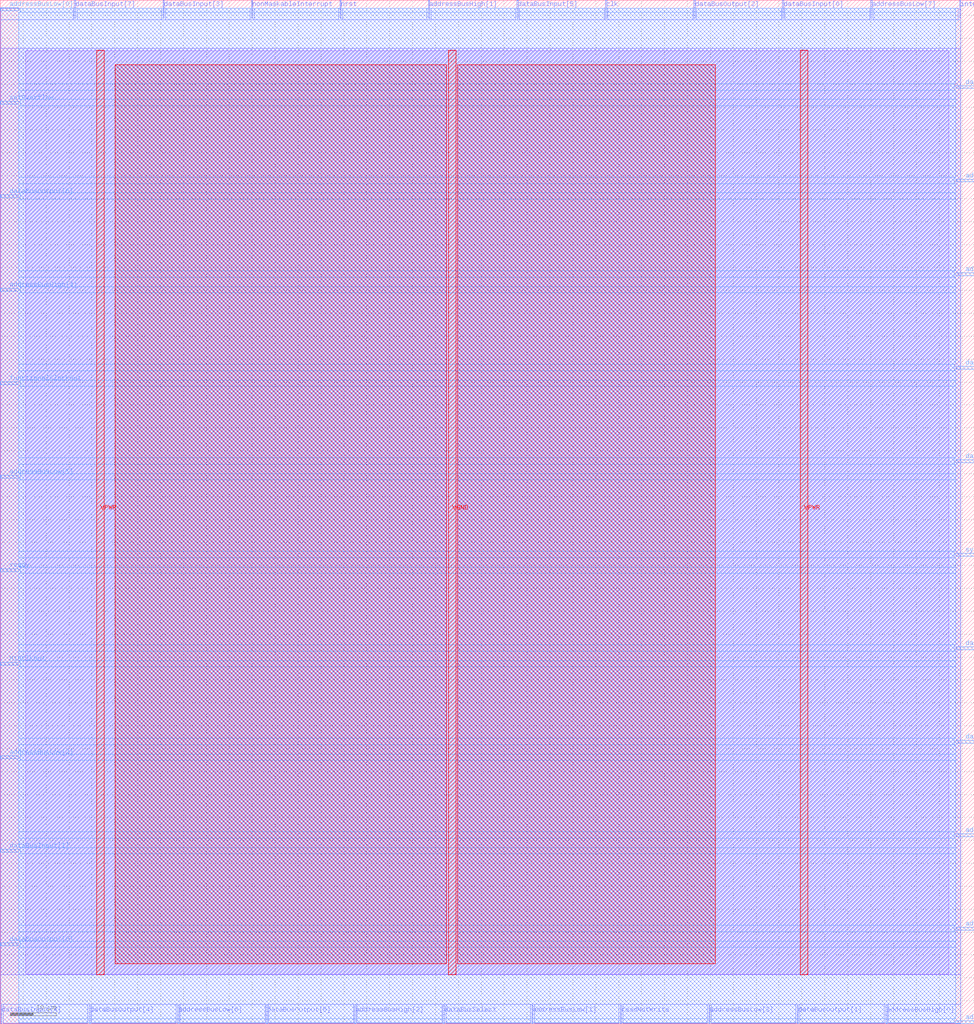
<source format=lef>
VERSION 5.7 ;
  NOWIREEXTENSIONATPIN ON ;
  DIVIDERCHAR "/" ;
  BUSBITCHARS "[]" ;
MACRO top8227
  CLASS BLOCK ;
  FOREIGN top8227 ;
  ORIGIN 0.000 0.000 ;
  SIZE 212.600 BY 223.320 ;
  PIN M10ClkOut
    DIRECTION OUTPUT TRISTATE ;
    USE SIGNAL ;
    ANTENNADIFFAREA 0.340600 ;
    PORT
      LAYER met3 ;
        RECT 0.000 78.240 4.000 78.840 ;
    END
  END M10ClkOut
  PIN VGND
    DIRECTION INOUT ;
    USE GROUND ;
    PORT
      LAYER met4 ;
        RECT 97.840 10.640 99.440 212.400 ;
    END
  END VGND
  PIN VPWR
    DIRECTION INOUT ;
    USE POWER ;
    PORT
      LAYER met4 ;
        RECT 21.040 10.640 22.640 212.400 ;
    END
    PORT
      LAYER met4 ;
        RECT 174.640 10.640 176.240 212.400 ;
    END
  END VPWR
  PIN addressBusHigh[0]
    DIRECTION OUTPUT TRISTATE ;
    USE SIGNAL ;
    ANTENNADIFFAREA 0.795200 ;
    PORT
      LAYER met2 ;
        RECT 193.290 0.000 193.570 4.000 ;
    END
  END addressBusHigh[0]
  PIN addressBusHigh[1]
    DIRECTION OUTPUT TRISTATE ;
    USE SIGNAL ;
    ANTENNADIFFAREA 0.795200 ;
    PORT
      LAYER met2 ;
        RECT 93.470 219.320 93.750 223.320 ;
    END
  END addressBusHigh[1]
  PIN addressBusHigh[2]
    DIRECTION OUTPUT TRISTATE ;
    USE SIGNAL ;
    ANTENNADIFFAREA 0.795200 ;
    PORT
      LAYER met2 ;
        RECT 77.370 0.000 77.650 4.000 ;
    END
  END addressBusHigh[2]
  PIN addressBusHigh[3]
    DIRECTION OUTPUT TRISTATE ;
    USE SIGNAL ;
    ANTENNADIFFAREA 0.795200 ;
    PORT
      LAYER met3 ;
        RECT 208.600 40.840 212.600 41.440 ;
    END
  END addressBusHigh[3]
  PIN addressBusHigh[4]
    DIRECTION OUTPUT TRISTATE ;
    USE SIGNAL ;
    ANTENNADIFFAREA 0.795200 ;
    PORT
      LAYER met3 ;
        RECT 0.000 159.840 4.000 160.440 ;
    END
  END addressBusHigh[4]
  PIN addressBusHigh[5]
    DIRECTION OUTPUT TRISTATE ;
    USE SIGNAL ;
    ANTENNADIFFAREA 0.795200 ;
    PORT
      LAYER met3 ;
        RECT 208.600 20.440 212.600 21.040 ;
    END
  END addressBusHigh[5]
  PIN addressBusHigh[6]
    DIRECTION OUTPUT TRISTATE ;
    USE SIGNAL ;
    ANTENNADIFFAREA 0.795200 ;
    PORT
      LAYER met3 ;
        RECT 208.600 0.040 212.600 0.640 ;
    END
  END addressBusHigh[6]
  PIN addressBusHigh[7]
    DIRECTION OUTPUT TRISTATE ;
    USE SIGNAL ;
    ANTENNADIFFAREA 0.445500 ;
    PORT
      LAYER met3 ;
        RECT 208.600 163.240 212.600 163.840 ;
    END
  END addressBusHigh[7]
  PIN addressBusLow[0]
    DIRECTION OUTPUT TRISTATE ;
    USE SIGNAL ;
    ANTENNADIFFAREA 0.795200 ;
    PORT
      LAYER met3 ;
        RECT 0.000 221.040 4.000 221.640 ;
    END
  END addressBusLow[0]
  PIN addressBusLow[1]
    DIRECTION OUTPUT TRISTATE ;
    USE SIGNAL ;
    ANTENNADIFFAREA 0.795200 ;
    PORT
      LAYER met2 ;
        RECT 116.010 0.000 116.290 4.000 ;
    END
  END addressBusLow[1]
  PIN addressBusLow[2]
    DIRECTION OUTPUT TRISTATE ;
    USE SIGNAL ;
    ANTENNADIFFAREA 0.795200 ;
    PORT
      LAYER met3 ;
        RECT 0.000 57.840 4.000 58.440 ;
    END
  END addressBusLow[2]
  PIN addressBusLow[3]
    DIRECTION OUTPUT TRISTATE ;
    USE SIGNAL ;
    ANTENNADIFFAREA 0.795200 ;
    PORT
      LAYER met2 ;
        RECT 154.650 0.000 154.930 4.000 ;
    END
  END addressBusLow[3]
  PIN addressBusLow[4]
    DIRECTION OUTPUT TRISTATE ;
    USE SIGNAL ;
    ANTENNADIFFAREA 0.445500 ;
    PORT
      LAYER met3 ;
        RECT 208.600 183.640 212.600 184.240 ;
    END
  END addressBusLow[4]
  PIN addressBusLow[5]
    DIRECTION OUTPUT TRISTATE ;
    USE SIGNAL ;
    ANTENNADIFFAREA 0.795200 ;
    PORT
      LAYER met3 ;
        RECT 0.000 119.040 4.000 119.640 ;
    END
  END addressBusLow[5]
  PIN addressBusLow[6]
    DIRECTION OUTPUT TRISTATE ;
    USE SIGNAL ;
    ANTENNADIFFAREA 0.795200 ;
    PORT
      LAYER met2 ;
        RECT 38.730 0.000 39.010 4.000 ;
    END
  END addressBusLow[6]
  PIN addressBusLow[7]
    DIRECTION OUTPUT TRISTATE ;
    USE SIGNAL ;
    ANTENNADIFFAREA 0.795200 ;
    PORT
      LAYER met2 ;
        RECT 190.070 219.320 190.350 223.320 ;
    END
  END addressBusLow[7]
  PIN clk
    DIRECTION INPUT ;
    USE SIGNAL ;
    ANTENNAGATEAREA 0.852000 ;
    PORT
      LAYER met2 ;
        RECT 132.110 219.320 132.390 223.320 ;
    END
  END clk
  PIN dataBusEnable
    DIRECTION INPUT ;
    USE SIGNAL ;
    ANTENNAGATEAREA 0.196500 ;
    PORT
      LAYER met3 ;
        RECT 208.600 122.440 212.600 123.040 ;
    END
  END dataBusEnable
  PIN dataBusInput[0]
    DIRECTION INPUT ;
    USE SIGNAL ;
    ANTENNAGATEAREA 0.213000 ;
    PORT
      LAYER met2 ;
        RECT 170.750 219.320 171.030 223.320 ;
    END
  END dataBusInput[0]
  PIN dataBusInput[1]
    DIRECTION INPUT ;
    USE SIGNAL ;
    ANTENNAGATEAREA 0.247500 ;
    PORT
      LAYER met3 ;
        RECT 0.000 37.440 4.000 38.040 ;
    END
  END dataBusInput[1]
  PIN dataBusInput[2]
    DIRECTION INPUT ;
    USE SIGNAL ;
    ANTENNAGATEAREA 0.247500 ;
    PORT
      LAYER met3 ;
        RECT 208.600 204.040 212.600 204.640 ;
    END
  END dataBusInput[2]
  PIN dataBusInput[3]
    DIRECTION INPUT ;
    USE SIGNAL ;
    ANTENNAGATEAREA 0.213000 ;
    PORT
      LAYER met2 ;
        RECT 35.510 219.320 35.790 223.320 ;
    END
  END dataBusInput[3]
  PIN dataBusInput[4]
    DIRECTION INPUT ;
    USE SIGNAL ;
    ANTENNAGATEAREA 0.213000 ;
    PORT
      LAYER met2 ;
        RECT 0.090 0.000 0.370 4.000 ;
    END
  END dataBusInput[4]
  PIN dataBusInput[5]
    DIRECTION INPUT ;
    USE SIGNAL ;
    ANTENNAGATEAREA 0.159000 ;
    PORT
      LAYER met2 ;
        RECT 112.790 219.320 113.070 223.320 ;
    END
  END dataBusInput[5]
  PIN dataBusInput[6]
    DIRECTION INPUT ;
    USE SIGNAL ;
    ANTENNAGATEAREA 0.159000 ;
    PORT
      LAYER met3 ;
        RECT 208.600 142.840 212.600 143.440 ;
    END
  END dataBusInput[6]
  PIN dataBusInput[7]
    DIRECTION INPUT ;
    USE SIGNAL ;
    ANTENNAGATEAREA 0.159000 ;
    PORT
      LAYER met2 ;
        RECT 16.190 219.320 16.470 223.320 ;
    END
  END dataBusInput[7]
  PIN dataBusOutput[0]
    DIRECTION OUTPUT TRISTATE ;
    USE SIGNAL ;
    ANTENNADIFFAREA 0.795200 ;
    PORT
      LAYER met3 ;
        RECT 0.000 17.040 4.000 17.640 ;
    END
  END dataBusOutput[0]
  PIN dataBusOutput[1]
    DIRECTION OUTPUT TRISTATE ;
    USE SIGNAL ;
    ANTENNADIFFAREA 0.795200 ;
    PORT
      LAYER met2 ;
        RECT 173.970 0.000 174.250 4.000 ;
    END
  END dataBusOutput[1]
  PIN dataBusOutput[2]
    DIRECTION OUTPUT TRISTATE ;
    USE SIGNAL ;
    ANTENNADIFFAREA 0.795200 ;
    PORT
      LAYER met2 ;
        RECT 151.430 219.320 151.710 223.320 ;
    END
  END dataBusOutput[2]
  PIN dataBusOutput[3]
    DIRECTION OUTPUT TRISTATE ;
    USE SIGNAL ;
    ANTENNADIFFAREA 0.795200 ;
    PORT
      LAYER met3 ;
        RECT 208.600 61.240 212.600 61.840 ;
    END
  END dataBusOutput[3]
  PIN dataBusOutput[4]
    DIRECTION OUTPUT TRISTATE ;
    USE SIGNAL ;
    ANTENNADIFFAREA 0.795200 ;
    PORT
      LAYER met2 ;
        RECT 19.410 0.000 19.690 4.000 ;
    END
  END dataBusOutput[4]
  PIN dataBusOutput[5]
    DIRECTION OUTPUT TRISTATE ;
    USE SIGNAL ;
    ANTENNADIFFAREA 0.795200 ;
    PORT
      LAYER met2 ;
        RECT 58.050 0.000 58.330 4.000 ;
    END
  END dataBusOutput[5]
  PIN dataBusOutput[6]
    DIRECTION OUTPUT TRISTATE ;
    USE SIGNAL ;
    ANTENNADIFFAREA 0.795200 ;
    PORT
      LAYER met3 ;
        RECT 0.000 180.240 4.000 180.840 ;
    END
  END dataBusOutput[6]
  PIN dataBusOutput[7]
    DIRECTION OUTPUT TRISTATE ;
    USE SIGNAL ;
    ANTENNADIFFAREA 0.795200 ;
    PORT
      LAYER met3 ;
        RECT 208.600 81.640 212.600 82.240 ;
    END
  END dataBusOutput[7]
  PIN dataBusSelect
    DIRECTION OUTPUT TRISTATE ;
    USE SIGNAL ;
    ANTENNADIFFAREA 0.795200 ;
    PORT
      LAYER met2 ;
        RECT 96.690 0.000 96.970 4.000 ;
    END
  END dataBusSelect
  PIN functionalClockOut
    DIRECTION OUTPUT TRISTATE ;
    USE SIGNAL ;
    ANTENNADIFFAREA 0.340600 ;
    PORT
      LAYER met3 ;
        RECT 0.000 139.440 4.000 140.040 ;
    END
  END functionalClockOut
  PIN interruptRequest
    DIRECTION INPUT ;
    USE SIGNAL ;
    ANTENNAGATEAREA 0.196500 ;
    PORT
      LAYER met2 ;
        RECT 209.390 219.320 209.670 223.320 ;
    END
  END interruptRequest
  PIN nonMaskableInterrupt
    DIRECTION INPUT ;
    USE SIGNAL ;
    ANTENNAGATEAREA 0.196500 ;
    PORT
      LAYER met2 ;
        RECT 54.830 219.320 55.110 223.320 ;
    END
  END nonMaskableInterrupt
  PIN nrst
    DIRECTION INPUT ;
    USE SIGNAL ;
    ANTENNAGATEAREA 0.213000 ;
    PORT
      LAYER met2 ;
        RECT 74.150 219.320 74.430 223.320 ;
    END
  END nrst
  PIN readNotWrite
    DIRECTION OUTPUT TRISTATE ;
    USE SIGNAL ;
    ANTENNADIFFAREA 0.795200 ;
    PORT
      LAYER met2 ;
        RECT 135.330 0.000 135.610 4.000 ;
    END
  END readNotWrite
  PIN ready
    DIRECTION INPUT ;
    USE SIGNAL ;
    ANTENNAGATEAREA 0.213000 ;
    PORT
      LAYER met3 ;
        RECT 0.000 98.640 4.000 99.240 ;
    END
  END ready
  PIN setOverflow
    DIRECTION INPUT ;
    USE SIGNAL ;
    ANTENNAGATEAREA 0.126000 ;
    PORT
      LAYER met3 ;
        RECT 0.000 200.640 4.000 201.240 ;
    END
  END setOverflow
  PIN sync
    DIRECTION OUTPUT TRISTATE ;
    USE SIGNAL ;
    ANTENNADIFFAREA 0.795200 ;
    PORT
      LAYER met3 ;
        RECT 208.600 102.040 212.600 102.640 ;
    END
  END sync
  OBS
      LAYER li1 ;
        RECT 5.520 10.795 207.000 212.245 ;
      LAYER met1 ;
        RECT 0.070 10.640 209.690 212.800 ;
      LAYER met2 ;
        RECT 0.100 219.040 15.910 221.525 ;
        RECT 16.750 219.040 35.230 221.525 ;
        RECT 36.070 219.040 54.550 221.525 ;
        RECT 55.390 219.040 73.870 221.525 ;
        RECT 74.710 219.040 93.190 221.525 ;
        RECT 94.030 219.040 112.510 221.525 ;
        RECT 113.350 219.040 131.830 221.525 ;
        RECT 132.670 219.040 151.150 221.525 ;
        RECT 151.990 219.040 170.470 221.525 ;
        RECT 171.310 219.040 189.790 221.525 ;
        RECT 190.630 219.040 209.110 221.525 ;
        RECT 0.100 4.280 209.660 219.040 ;
        RECT 0.650 0.155 19.130 4.280 ;
        RECT 19.970 0.155 38.450 4.280 ;
        RECT 39.290 0.155 57.770 4.280 ;
        RECT 58.610 0.155 77.090 4.280 ;
        RECT 77.930 0.155 96.410 4.280 ;
        RECT 97.250 0.155 115.730 4.280 ;
        RECT 116.570 0.155 135.050 4.280 ;
        RECT 135.890 0.155 154.370 4.280 ;
        RECT 155.210 0.155 173.690 4.280 ;
        RECT 174.530 0.155 193.010 4.280 ;
        RECT 193.850 0.155 209.660 4.280 ;
      LAYER met3 ;
        RECT 4.400 220.640 208.600 221.505 ;
        RECT 4.000 205.040 208.600 220.640 ;
        RECT 4.000 203.640 208.200 205.040 ;
        RECT 4.000 201.640 208.600 203.640 ;
        RECT 4.400 200.240 208.600 201.640 ;
        RECT 4.000 184.640 208.600 200.240 ;
        RECT 4.000 183.240 208.200 184.640 ;
        RECT 4.000 181.240 208.600 183.240 ;
        RECT 4.400 179.840 208.600 181.240 ;
        RECT 4.000 164.240 208.600 179.840 ;
        RECT 4.000 162.840 208.200 164.240 ;
        RECT 4.000 160.840 208.600 162.840 ;
        RECT 4.400 159.440 208.600 160.840 ;
        RECT 4.000 143.840 208.600 159.440 ;
        RECT 4.000 142.440 208.200 143.840 ;
        RECT 4.000 140.440 208.600 142.440 ;
        RECT 4.400 139.040 208.600 140.440 ;
        RECT 4.000 123.440 208.600 139.040 ;
        RECT 4.000 122.040 208.200 123.440 ;
        RECT 4.000 120.040 208.600 122.040 ;
        RECT 4.400 118.640 208.600 120.040 ;
        RECT 4.000 103.040 208.600 118.640 ;
        RECT 4.000 101.640 208.200 103.040 ;
        RECT 4.000 99.640 208.600 101.640 ;
        RECT 4.400 98.240 208.600 99.640 ;
        RECT 4.000 82.640 208.600 98.240 ;
        RECT 4.000 81.240 208.200 82.640 ;
        RECT 4.000 79.240 208.600 81.240 ;
        RECT 4.400 77.840 208.600 79.240 ;
        RECT 4.000 62.240 208.600 77.840 ;
        RECT 4.000 60.840 208.200 62.240 ;
        RECT 4.000 58.840 208.600 60.840 ;
        RECT 4.400 57.440 208.600 58.840 ;
        RECT 4.000 41.840 208.600 57.440 ;
        RECT 4.000 40.440 208.200 41.840 ;
        RECT 4.000 38.440 208.600 40.440 ;
        RECT 4.400 37.040 208.600 38.440 ;
        RECT 4.000 21.440 208.600 37.040 ;
        RECT 4.000 20.040 208.200 21.440 ;
        RECT 4.000 18.040 208.600 20.040 ;
        RECT 4.400 16.640 208.600 18.040 ;
        RECT 4.000 1.040 208.600 16.640 ;
        RECT 4.000 0.175 208.200 1.040 ;
      LAYER met4 ;
        RECT 25.135 13.095 97.440 209.265 ;
        RECT 99.840 13.095 156.105 209.265 ;
  END
END top8227
END LIBRARY


</source>
